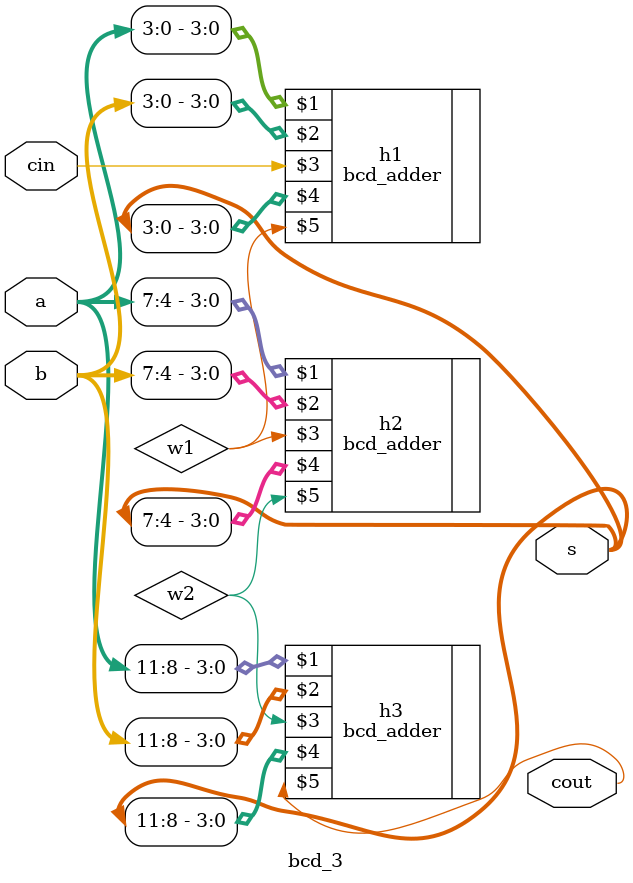
<source format=v>
module bcd_3(input [11:0]a,b,input cin,output [11:0]s,output cout);
wire w1,w2;
bcd_adder h1(a[3:0],b[3:0],cin,s[3:0],w1);
bcd_adder h2(a[7:4],b[7:4],w1,s[7:4],w2);
bcd_adder h3(a[11:8],b[11:8],w2,s[11:8],cout);
endmodule

</source>
